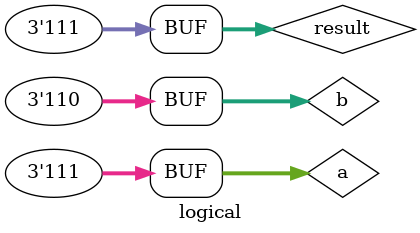
<source format=v>
module logical ();
    reg [2:0] a = 3'b111;
    reg [2:0] b = 3'b110;
    reg [2:0] result;

    initial 
    begin
        $monitor ("%b %b %b",a,b, result);
    end

    initial 
    begin
        $dumpfile("dump.vcd");
        $dumpvars(0,logical);
        #1 result = ~b;
        #1 result = a & b;
        #1 result = a | b;
    end


endmodule
</source>
